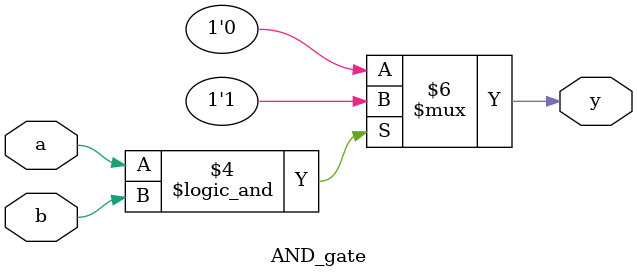
<source format=v>
`timescale 1ns / 1ps
module AND_gate(
    input a, b,
    output reg y
    );
always @ (a or b) 
    begin
        if(a == 1'b1 && b == 1'b1) begin
            y = 1'b1;    
        end
        else
            y = 1'b0;
    end    
endmodule
</source>
